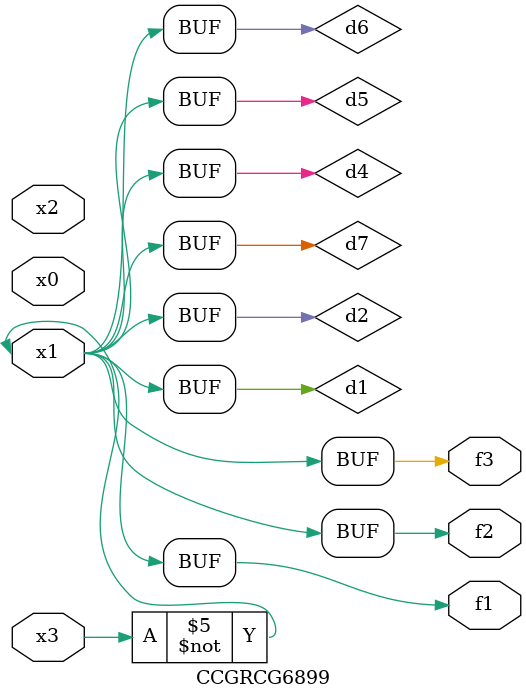
<source format=v>
module CCGRCG6899(
	input x0, x1, x2, x3,
	output f1, f2, f3
);

	wire d1, d2, d3, d4, d5, d6, d7;

	not (d1, x3);
	buf (d2, x1);
	xnor (d3, d1, d2);
	nor (d4, d1);
	buf (d5, d1, d2);
	buf (d6, d4, d5);
	nand (d7, d4);
	assign f1 = d6;
	assign f2 = d7;
	assign f3 = d6;
endmodule

</source>
